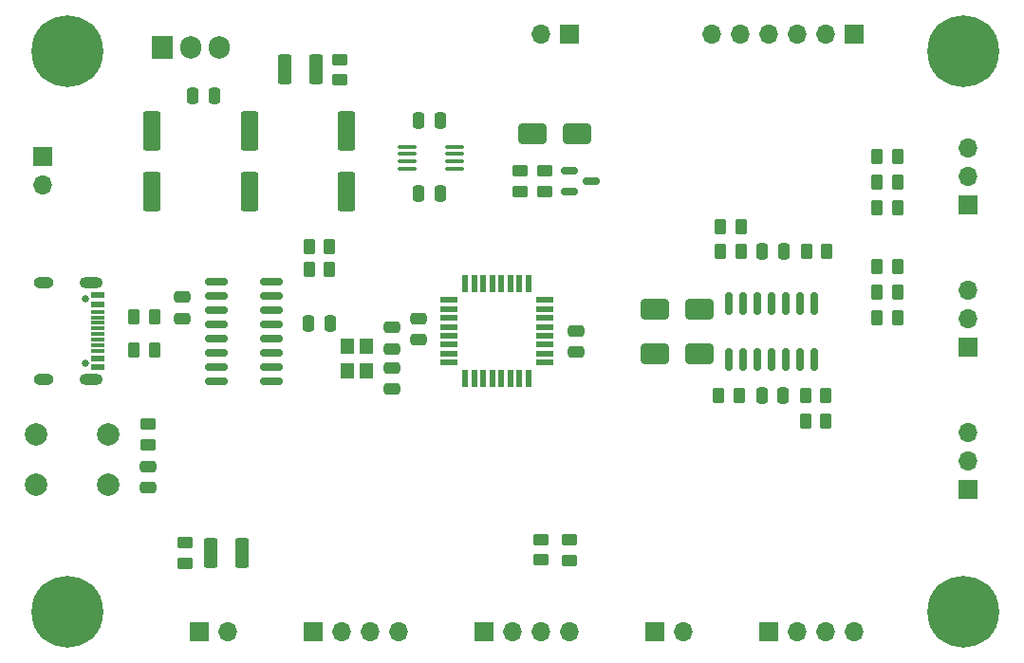
<source format=gbr>
%TF.GenerationSoftware,KiCad,Pcbnew,8.0.1*%
%TF.CreationDate,2024-04-29T10:33:51+02:00*%
%TF.ProjectId,PCB_SMD_Hotplate,5043425f-534d-4445-9f48-6f74706c6174,rev?*%
%TF.SameCoordinates,Original*%
%TF.FileFunction,Soldermask,Top*%
%TF.FilePolarity,Negative*%
%FSLAX46Y46*%
G04 Gerber Fmt 4.6, Leading zero omitted, Abs format (unit mm)*
G04 Created by KiCad (PCBNEW 8.0.1) date 2024-04-29 10:33:51*
%MOMM*%
%LPD*%
G01*
G04 APERTURE LIST*
G04 Aperture macros list*
%AMRoundRect*
0 Rectangle with rounded corners*
0 $1 Rounding radius*
0 $2 $3 $4 $5 $6 $7 $8 $9 X,Y pos of 4 corners*
0 Add a 4 corners polygon primitive as box body*
4,1,4,$2,$3,$4,$5,$6,$7,$8,$9,$2,$3,0*
0 Add four circle primitives for the rounded corners*
1,1,$1+$1,$2,$3*
1,1,$1+$1,$4,$5*
1,1,$1+$1,$6,$7*
1,1,$1+$1,$8,$9*
0 Add four rect primitives between the rounded corners*
20,1,$1+$1,$2,$3,$4,$5,0*
20,1,$1+$1,$4,$5,$6,$7,0*
20,1,$1+$1,$6,$7,$8,$9,0*
20,1,$1+$1,$8,$9,$2,$3,0*%
G04 Aperture macros list end*
%ADD10RoundRect,0.250000X-1.000000X-0.650000X1.000000X-0.650000X1.000000X0.650000X-1.000000X0.650000X0*%
%ADD11RoundRect,0.150000X-0.825000X-0.150000X0.825000X-0.150000X0.825000X0.150000X-0.825000X0.150000X0*%
%ADD12RoundRect,0.250000X-0.550000X1.500000X-0.550000X-1.500000X0.550000X-1.500000X0.550000X1.500000X0*%
%ADD13R,1.700000X1.700000*%
%ADD14O,1.700000X1.700000*%
%ADD15C,0.800000*%
%ADD16C,6.400000*%
%ADD17RoundRect,0.250000X0.250000X0.475000X-0.250000X0.475000X-0.250000X-0.475000X0.250000X-0.475000X0*%
%ADD18RoundRect,0.250000X-0.450000X0.262500X-0.450000X-0.262500X0.450000X-0.262500X0.450000X0.262500X0*%
%ADD19RoundRect,0.250000X-0.475000X0.250000X-0.475000X-0.250000X0.475000X-0.250000X0.475000X0.250000X0*%
%ADD20R,1.200000X1.400000*%
%ADD21RoundRect,0.250000X-0.262500X-0.450000X0.262500X-0.450000X0.262500X0.450000X-0.262500X0.450000X0*%
%ADD22RoundRect,0.150000X-0.150000X0.825000X-0.150000X-0.825000X0.150000X-0.825000X0.150000X0.825000X0*%
%ADD23RoundRect,0.250000X0.262500X0.450000X-0.262500X0.450000X-0.262500X-0.450000X0.262500X-0.450000X0*%
%ADD24RoundRect,0.250000X0.375000X1.075000X-0.375000X1.075000X-0.375000X-1.075000X0.375000X-1.075000X0*%
%ADD25RoundRect,0.100000X-0.712500X-0.100000X0.712500X-0.100000X0.712500X0.100000X-0.712500X0.100000X0*%
%ADD26RoundRect,0.250000X-0.250000X-0.475000X0.250000X-0.475000X0.250000X0.475000X-0.250000X0.475000X0*%
%ADD27R,1.600000X0.550000*%
%ADD28R,0.550000X1.600000*%
%ADD29R,1.905000X2.000000*%
%ADD30O,1.905000X2.000000*%
%ADD31RoundRect,0.250000X0.450000X-0.262500X0.450000X0.262500X-0.450000X0.262500X-0.450000X-0.262500X0*%
%ADD32RoundRect,0.250000X0.475000X-0.250000X0.475000X0.250000X-0.475000X0.250000X-0.475000X-0.250000X0*%
%ADD33RoundRect,0.250000X-0.375000X-1.075000X0.375000X-1.075000X0.375000X1.075000X-0.375000X1.075000X0*%
%ADD34C,2.000000*%
%ADD35RoundRect,0.150000X-0.587500X-0.150000X0.587500X-0.150000X0.587500X0.150000X-0.587500X0.150000X0*%
%ADD36C,0.650000*%
%ADD37R,1.240000X0.600000*%
%ADD38R,1.240000X0.300000*%
%ADD39O,2.100000X1.000000*%
%ADD40O,1.800000X1.000000*%
G04 APERTURE END LIST*
D10*
%TO.C,D5*%
X157450000Y-92050000D03*
X161450000Y-92050000D03*
%TD*%
%TO.C,D4*%
X157450000Y-88000000D03*
X161450000Y-88000000D03*
%TD*%
D11*
%TO.C,U2*%
X118325000Y-85555000D03*
X118325000Y-86825000D03*
X118325000Y-88095000D03*
X118325000Y-89365000D03*
X118325000Y-90635000D03*
X118325000Y-91905000D03*
X118325000Y-93175000D03*
X118325000Y-94445000D03*
X123275000Y-94445000D03*
X123275000Y-93175000D03*
X123275000Y-91905000D03*
X123275000Y-90635000D03*
X123275000Y-89365000D03*
X123275000Y-88095000D03*
X123275000Y-86825000D03*
X123275000Y-85555000D03*
%TD*%
D12*
%TO.C,C8*%
X129900000Y-72100000D03*
X129900000Y-77500000D03*
%TD*%
D13*
%TO.C,J5*%
X149860000Y-63500000D03*
D14*
X147320000Y-63500000D03*
%TD*%
D12*
%TO.C,C2*%
X112600000Y-72100000D03*
X112600000Y-77500000D03*
%TD*%
D15*
%TO.C,H3*%
X102600000Y-115000000D03*
X103302944Y-113302944D03*
X103302944Y-116697056D03*
X105000000Y-112600000D03*
D16*
X105000000Y-115000000D03*
D15*
X105000000Y-117400000D03*
X106697056Y-113302944D03*
X106697056Y-116697056D03*
X107400000Y-115000000D03*
%TD*%
D17*
%TO.C,C6*%
X138300000Y-71200000D03*
X136400000Y-71200000D03*
%TD*%
D18*
%TO.C,R9*%
X149860000Y-108600000D03*
X149860000Y-110425000D03*
%TD*%
D19*
%TO.C,C15*%
X112200000Y-102062500D03*
X112200000Y-103962500D03*
%TD*%
D13*
%TO.C,J8*%
X157480000Y-116840000D03*
D14*
X160020000Y-116840000D03*
%TD*%
D17*
%TO.C,C14*%
X168912500Y-95700000D03*
X167012500Y-95700000D03*
%TD*%
D20*
%TO.C,Y1*%
X131700000Y-93500000D03*
X131700000Y-91300000D03*
X130000000Y-91300000D03*
X130000000Y-93500000D03*
%TD*%
D21*
%TO.C,R3*%
X110975000Y-91700000D03*
X112800000Y-91700000D03*
%TD*%
D15*
%TO.C,H4*%
X182600000Y-115000000D03*
X183302944Y-113302944D03*
X183302944Y-116697056D03*
X185000000Y-112600000D03*
D16*
X185000000Y-115000000D03*
D15*
X185000000Y-117400000D03*
X186697056Y-113302944D03*
X186697056Y-116697056D03*
X187400000Y-115000000D03*
%TD*%
D22*
%TO.C,U4*%
X171710000Y-87525000D03*
X170440000Y-87525000D03*
X169170000Y-87525000D03*
X167900000Y-87525000D03*
X166630000Y-87525000D03*
X165360000Y-87525000D03*
X164090000Y-87525000D03*
X164090000Y-92475000D03*
X165360000Y-92475000D03*
X166630000Y-92475000D03*
X167900000Y-92475000D03*
X169170000Y-92475000D03*
X170440000Y-92475000D03*
X171710000Y-92475000D03*
%TD*%
D23*
%TO.C,R13*%
X179112500Y-76700000D03*
X177287500Y-76700000D03*
%TD*%
D13*
%TO.C,J1*%
X102800000Y-74400000D03*
D14*
X102800000Y-76940000D03*
%TD*%
D13*
%TO.C,J4*%
X127000000Y-116840000D03*
D14*
X129540000Y-116840000D03*
X132080000Y-116840000D03*
X134620000Y-116840000D03*
%TD*%
D23*
%TO.C,R18*%
X179112500Y-84200000D03*
X177287500Y-84200000D03*
%TD*%
D21*
%TO.C,R1*%
X110975000Y-88700000D03*
X112800000Y-88700000D03*
%TD*%
D23*
%TO.C,R14*%
X179112500Y-79000000D03*
X177287500Y-79000000D03*
%TD*%
D12*
%TO.C,C4*%
X121300000Y-72100000D03*
X121300000Y-77500000D03*
%TD*%
D18*
%TO.C,R11*%
X112200000Y-98300000D03*
X112200000Y-100125000D03*
%TD*%
D13*
%TO.C,J3*%
X185420000Y-104140000D03*
D14*
X185420000Y-101600000D03*
X185420000Y-99060000D03*
%TD*%
D21*
%TO.C,R17*%
X163325000Y-82900000D03*
X165150000Y-82900000D03*
%TD*%
D24*
%TO.C,D2*%
X127200000Y-66650000D03*
X124400000Y-66650000D03*
%TD*%
D13*
%TO.C,J7*%
X142240000Y-116840000D03*
D14*
X144780000Y-116840000D03*
X147320000Y-116840000D03*
X149860000Y-116840000D03*
%TD*%
D15*
%TO.C,H1*%
X102600000Y-65000000D03*
X103302944Y-63302944D03*
X103302944Y-66697056D03*
X105000000Y-62600000D03*
D16*
X105000000Y-65000000D03*
D15*
X105000000Y-67400000D03*
X106697056Y-63302944D03*
X106697056Y-66697056D03*
X107400000Y-65000000D03*
%TD*%
D23*
%TO.C,R20*%
X179112500Y-88800000D03*
X177287500Y-88800000D03*
%TD*%
D25*
%TO.C,U3*%
X135337500Y-73525000D03*
X135337500Y-74175000D03*
X135337500Y-74825000D03*
X135337500Y-75475000D03*
X139562500Y-75475000D03*
X139562500Y-74825000D03*
X139562500Y-74175000D03*
X139562500Y-73525000D03*
%TD*%
D26*
%TO.C,C5*%
X126550000Y-89300000D03*
X128450000Y-89300000D03*
%TD*%
D17*
%TO.C,C7*%
X138300000Y-77700000D03*
X136400000Y-77700000D03*
%TD*%
D23*
%TO.C,R22*%
X172712500Y-98050000D03*
X170887500Y-98050000D03*
%TD*%
D27*
%TO.C,U5*%
X139100000Y-87200000D03*
X139100000Y-88000000D03*
X139100000Y-88800000D03*
X139100000Y-89600000D03*
X139100000Y-90400000D03*
X139100000Y-91200000D03*
X139100000Y-92000000D03*
X139100000Y-92800000D03*
D28*
X140550000Y-94250000D03*
X141350000Y-94250000D03*
X142150000Y-94250000D03*
X142950000Y-94250000D03*
X143750000Y-94250000D03*
X144550000Y-94250000D03*
X145350000Y-94250000D03*
X146150000Y-94250000D03*
D27*
X147600000Y-92800000D03*
X147600000Y-92000000D03*
X147600000Y-91200000D03*
X147600000Y-90400000D03*
X147600000Y-89600000D03*
X147600000Y-88800000D03*
X147600000Y-88000000D03*
X147600000Y-87200000D03*
D28*
X146150000Y-85750000D03*
X145350000Y-85750000D03*
X144550000Y-85750000D03*
X143750000Y-85750000D03*
X142950000Y-85750000D03*
X142150000Y-85750000D03*
X141350000Y-85750000D03*
X140550000Y-85750000D03*
%TD*%
D13*
%TO.C,J11*%
X185420000Y-91440000D03*
D14*
X185420000Y-88900000D03*
X185420000Y-86360000D03*
%TD*%
D17*
%TO.C,C3*%
X118150000Y-69000000D03*
X116250000Y-69000000D03*
%TD*%
D13*
%TO.C,J12*%
X167640000Y-116840000D03*
D14*
X170180000Y-116840000D03*
X172720000Y-116840000D03*
X175260000Y-116840000D03*
%TD*%
D29*
%TO.C,U1*%
X113520000Y-64700000D03*
D30*
X116060000Y-64700000D03*
X118600000Y-64700000D03*
%TD*%
D31*
%TO.C,R5*%
X129300000Y-67562500D03*
X129300000Y-65737500D03*
%TD*%
D32*
%TO.C,C11*%
X150450000Y-91850000D03*
X150450000Y-89950000D03*
%TD*%
D23*
%TO.C,R12*%
X179112500Y-74400000D03*
X177287500Y-74400000D03*
%TD*%
D33*
%TO.C,D3*%
X117800000Y-109800000D03*
X120600000Y-109800000D03*
%TD*%
D21*
%TO.C,R4*%
X126600000Y-84500000D03*
X128425000Y-84500000D03*
%TD*%
D32*
%TO.C,C13*%
X134000000Y-95150000D03*
X134000000Y-93250000D03*
%TD*%
D23*
%TO.C,R23*%
X172725000Y-95700000D03*
X170900000Y-95700000D03*
%TD*%
D18*
%TO.C,R10*%
X115500000Y-108887500D03*
X115500000Y-110712500D03*
%TD*%
D23*
%TO.C,R19*%
X179112500Y-86500000D03*
X177287500Y-86500000D03*
%TD*%
D34*
%TO.C,SW1*%
X102200000Y-99200000D03*
X108700000Y-99200000D03*
X102200000Y-103700000D03*
X108700000Y-103700000D03*
%TD*%
D19*
%TO.C,C9*%
X134000000Y-89650000D03*
X134000000Y-91550000D03*
%TD*%
D17*
%TO.C,C12*%
X168937500Y-82900000D03*
X167037500Y-82900000D03*
%TD*%
D23*
%TO.C,R21*%
X164975000Y-95700000D03*
X163150000Y-95700000D03*
%TD*%
D15*
%TO.C,H2*%
X182600000Y-65000000D03*
X183302944Y-63302944D03*
X183302944Y-66697056D03*
X185000000Y-62600000D03*
D16*
X185000000Y-65000000D03*
D15*
X185000000Y-67400000D03*
X186697056Y-63302944D03*
X186697056Y-66697056D03*
X187400000Y-65000000D03*
%TD*%
D18*
%TO.C,R8*%
X147320000Y-108587500D03*
X147320000Y-110412500D03*
%TD*%
D21*
%TO.C,R16*%
X163325000Y-80650000D03*
X165150000Y-80650000D03*
%TD*%
D13*
%TO.C,J9*%
X175260000Y-63500000D03*
D14*
X172720000Y-63500000D03*
X170180000Y-63500000D03*
X167640000Y-63500000D03*
X165100000Y-63500000D03*
X162560000Y-63500000D03*
%TD*%
D32*
%TO.C,C1*%
X115300000Y-88850000D03*
X115300000Y-86950000D03*
%TD*%
D35*
%TO.C,Q1*%
X149862500Y-75650000D03*
X149862500Y-77550000D03*
X151737500Y-76600000D03*
%TD*%
D18*
%TO.C,R7*%
X147600000Y-75687500D03*
X147600000Y-77512500D03*
%TD*%
%TO.C,R6*%
X145400000Y-75687500D03*
X145400000Y-77512500D03*
%TD*%
D21*
%TO.C,R15*%
X170975000Y-82900000D03*
X172800000Y-82900000D03*
%TD*%
D13*
%TO.C,J6*%
X116840000Y-116840000D03*
D14*
X119380000Y-116840000D03*
%TD*%
D32*
%TO.C,C10*%
X136400000Y-90750000D03*
X136400000Y-88850000D03*
%TD*%
D36*
%TO.C,J2*%
X106605000Y-87110000D03*
X106605000Y-92890000D03*
D37*
X107725000Y-86800000D03*
X107725000Y-87600000D03*
D38*
X107725000Y-88750000D03*
X107725000Y-89750000D03*
X107725000Y-90250000D03*
X107725000Y-91250000D03*
D37*
X107725000Y-92400000D03*
X107725000Y-93200000D03*
X107725000Y-93200000D03*
X107725000Y-92400000D03*
D38*
X107725000Y-91750000D03*
X107725000Y-90750000D03*
X107725000Y-89250000D03*
X107725000Y-88250000D03*
D37*
X107725000Y-87600000D03*
X107725000Y-86800000D03*
D39*
X107125000Y-85680000D03*
D40*
X102925000Y-85680000D03*
D39*
X107125000Y-94320000D03*
D40*
X102925000Y-94320000D03*
%TD*%
D13*
%TO.C,J10*%
X185420000Y-78740000D03*
D14*
X185420000Y-76200000D03*
X185420000Y-73660000D03*
%TD*%
D21*
%TO.C,R2*%
X126600000Y-82400000D03*
X128425000Y-82400000D03*
%TD*%
D10*
%TO.C,D1*%
X146500000Y-72400000D03*
X150500000Y-72400000D03*
%TD*%
M02*

</source>
